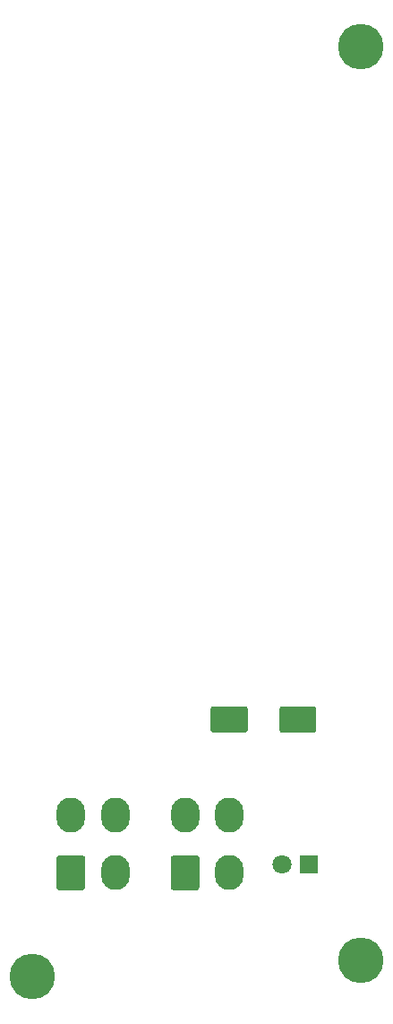
<source format=gbr>
%TF.GenerationSoftware,KiCad,Pcbnew,(5.1.12-1-10_14)*%
%TF.CreationDate,2021-11-25T16:43:39+11:00*%
%TF.ProjectId,GEN TIE PCB V2,47454e20-5449-4452-9050-43422056322e,rev?*%
%TF.SameCoordinates,Original*%
%TF.FileFunction,Soldermask,Bot*%
%TF.FilePolarity,Negative*%
%FSLAX46Y46*%
G04 Gerber Fmt 4.6, Leading zero omitted, Abs format (unit mm)*
G04 Created by KiCad (PCBNEW (5.1.12-1-10_14)) date 2021-11-25 16:43:39*
%MOMM*%
%LPD*%
G01*
G04 APERTURE LIST*
%ADD10O,2.700000X3.300000*%
%ADD11C,4.300000*%
%ADD12C,1.800000*%
%ADD13R,1.800000X1.800000*%
G04 APERTURE END LIST*
D10*
%TO.C,J1*%
X144662000Y-111848000D03*
X140462000Y-111848000D03*
X144662000Y-117348000D03*
G36*
G01*
X139112000Y-118746900D02*
X139112000Y-115949100D01*
G75*
G02*
X139363100Y-115698000I251100J0D01*
G01*
X141560900Y-115698000D01*
G75*
G02*
X141812000Y-115949100I0J-251100D01*
G01*
X141812000Y-118746900D01*
G75*
G02*
X141560900Y-118998000I-251100J0D01*
G01*
X139363100Y-118998000D01*
G75*
G02*
X139112000Y-118746900I0J251100D01*
G01*
G37*
%TD*%
%TO.C,J2*%
X133858000Y-111848000D03*
X129658000Y-111848000D03*
X133858000Y-117348000D03*
G36*
G01*
X128308000Y-118746900D02*
X128308000Y-115949100D01*
G75*
G02*
X128559100Y-115698000I251100J0D01*
G01*
X130756900Y-115698000D01*
G75*
G02*
X131008000Y-115949100I0J-251100D01*
G01*
X131008000Y-118746900D01*
G75*
G02*
X130756900Y-118998000I-251100J0D01*
G01*
X128559100Y-118998000D01*
G75*
G02*
X128308000Y-118746900I0J251100D01*
G01*
G37*
%TD*%
%TO.C,C10*%
G36*
G01*
X146380000Y-101870000D02*
X146380000Y-103870000D01*
G75*
G02*
X146130000Y-104120000I-250000J0D01*
G01*
X143130000Y-104120000D01*
G75*
G02*
X142880000Y-103870000I0J250000D01*
G01*
X142880000Y-101870000D01*
G75*
G02*
X143130000Y-101620000I250000J0D01*
G01*
X146130000Y-101620000D01*
G75*
G02*
X146380000Y-101870000I0J-250000D01*
G01*
G37*
G36*
G01*
X152880000Y-101870000D02*
X152880000Y-103870000D01*
G75*
G02*
X152630000Y-104120000I-250000J0D01*
G01*
X149630000Y-104120000D01*
G75*
G02*
X149380000Y-103870000I0J250000D01*
G01*
X149380000Y-101870000D01*
G75*
G02*
X149630000Y-101620000I250000J0D01*
G01*
X152630000Y-101620000D01*
G75*
G02*
X152880000Y-101870000I0J-250000D01*
G01*
G37*
%TD*%
D11*
%TO.C,REF\u002A\u002A*%
X157102000Y-39344000D03*
%TD*%
%TO.C,REF\u002A\u002A*%
X125992000Y-127164000D03*
%TD*%
%TO.C,REF\u002A\u002A*%
X157112000Y-125574000D03*
%TD*%
D12*
%TO.C,D10*%
X149606000Y-116586000D03*
D13*
X152146000Y-116586000D03*
%TD*%
M02*

</source>
